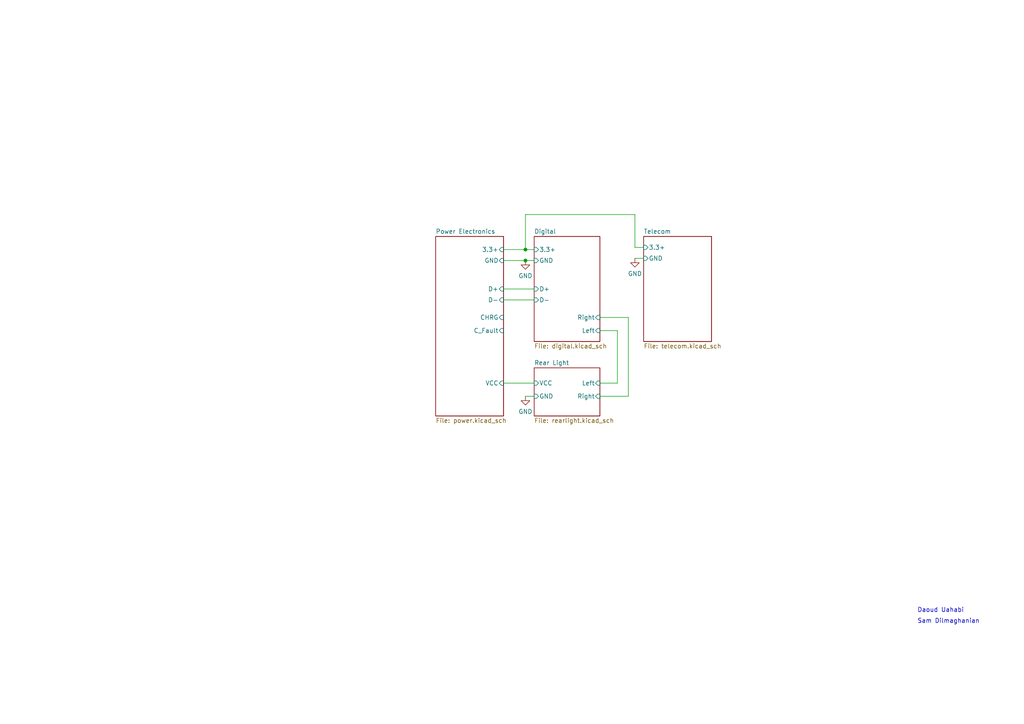
<source format=kicad_sch>
(kicad_sch (version 20211123) (generator eeschema)
  (paper "A4")
  (lib_symbols
    (symbol "power:GND" (power) (pin_names (offset 0))
      (property "Value" "GND" (at 0 -3.81 0))
      (symbol "GND_0_1"
        (polyline (pts (xy 0 0) (xy 0 -1.27) (xy 1.27 -1.27) (xy 0 -2.54) (xy -1.27 -1.27) (xy 0 -1.27)))
      )
      (symbol "GND_1_1"
        (pin power_in line (at 0 0 270) (length 0) hide (name "GND") (number "1"))
      )
    )
  )
  (junction (at 152.4 72.39))
  (junction (at 152.4 75.565))
  (wire (pts (xy 184.15 62.23) (xy 184.15 71.755)))
  (wire (pts (xy 152.4 62.23) (xy 184.15 62.23)))
  (wire (pts (xy 182.245 114.935) (xy 173.99 114.935)))
  (wire (pts (xy 152.4 72.39) (xy 154.94 72.39)))
  (wire (pts (xy 173.99 95.885) (xy 179.07 95.885)))
  (wire (pts (xy 152.4 114.935) (xy 154.94 114.935)))
  (wire (pts (xy 146.05 83.82) (xy 154.94 83.82)))
  (wire (pts (xy 179.07 95.885) (xy 179.07 111.125)))
  (wire (pts (xy 173.99 92.075) (xy 182.245 92.075)))
  (wire (pts (xy 184.15 74.93) (xy 186.69 74.93)))
  (wire (pts (xy 186.69 71.755) (xy 184.15 71.755)))
  (wire (pts (xy 146.05 86.995) (xy 154.94 86.995)))
  (wire (pts (xy 146.05 111.125) (xy 154.94 111.125)))
  (wire (pts (xy 152.4 62.23) (xy 152.4 72.39)))
  (wire (pts (xy 152.4 75.565) (xy 154.94 75.565)))
  (wire (pts (xy 146.05 75.565) (xy 152.4 75.565)))
  (wire (pts (xy 179.07 111.125) (xy 173.99 111.125)))
  (wire (pts (xy 146.05 72.39) (xy 152.4 72.39)))
  (wire (pts (xy 182.245 92.075) (xy 182.245 114.935)))
  (text "Sam Dilmaghanian" (at 266.065 180.975 0) (effects (font (size 1.27 1.27)) (justify left bottom)))
  (text "Daoud Uahabi" (at 266.065 177.8 0) (effects (font (size 1.27 1.27)) (justify left bottom)))
  (symbol (lib_id "power:GND") (at 152.4 75.565 0) (unit 1)
    (property "Reference" "#PWR?" (effects hide))
    (property "Value" "GND" (at 152.4 80.0084 0))
  )
  (symbol (lib_id "power:GND") (at 152.4 114.935 0) (unit 1)
    (property "Reference" "#PWR?" (effects hide))
    (property "Value" "GND" (at 152.4 119.3784 0))
  )
  (symbol (lib_id "power:GND") (at 184.15 74.93 0) (unit 1)
    (property "Reference" "#PWR?" (effects hide))
    (property "Value" "GND" (at 184.15 79.3734 0))
  )
  (sheet (at 154.94 106.68) (size 19.05 13.97) (stroke (width 0.1524))
    (property "Sheet name" "Rear Light" (at 154.94 105.9684 0) (effects (justify left bottom)))
    (property "Sheet file" "rearlight.kicad_sch" (at 154.94 121.2346 0) (effects (justify left top)))
    (pin "GND" input (at 154.94 114.935 180))
    (pin "VCC" input (at 154.94 111.125 180))
    (pin "Left" input (at 173.99 111.125 0))
    (pin "Right" input (at 173.99 114.935 0))
  )
  (sheet (at 126.365 68.58) (size 19.685 52.07) (stroke (width 0.1524))
    (property "Sheet name" "Power Electronics" (at 126.365 67.8684 0) (effects (justify left bottom)))
    (property "Sheet file" "power.kicad_sch" (at 126.365 121.2346 0) (effects (justify left top)))
    (pin "D+" input (at 146.05 83.82 0))
    (pin "D-" input (at 146.05 86.995 0))
    (pin "3.3+" input (at 146.05 72.39 0))
    (pin "GND" input (at 146.05 75.565 0))
    (pin "CHRG" input (at 146.05 92.075 0))
    (pin "C_Fault" input (at 146.05 95.885 0))
    (pin "VCC" input (at 146.05 111.125 0))
  )
  (sheet (at 186.69 68.58) (size 19.685 30.48) (stroke (width 0.1524))
    (property "Sheet name" "Telecom" (at 186.69 67.8684 0) (effects (justify left bottom)))
    (property "Sheet file" "telecom.kicad_sch" (at 186.69 99.6446 0) (effects (justify left top)))
    (pin "GND" input (at 186.69 74.93 180))
    (pin "3.3+" input (at 186.69 71.755 180))
  )
  (sheet (at 154.94 68.58) (size 19.05 30.48) (stroke (width 0.1524))
    (property "Sheet name" "Digital" (at 154.94 67.8684 0) (effects (justify left bottom)))
    (property "Sheet file" "digital.kicad_sch" (at 154.94 99.6446 0) (effects (justify left top)))
    (pin "D-" input (at 154.94 86.995 180))
    (pin "D+" input (at 154.94 83.82 180))
    (pin "3.3+" input (at 154.94 72.39 180))
    (pin "GND" input (at 154.94 75.565 180))
    (pin "Left" input (at 173.99 95.885 0))
    (pin "Right" input (at 173.99 92.075 0))
  )
)
</source>
